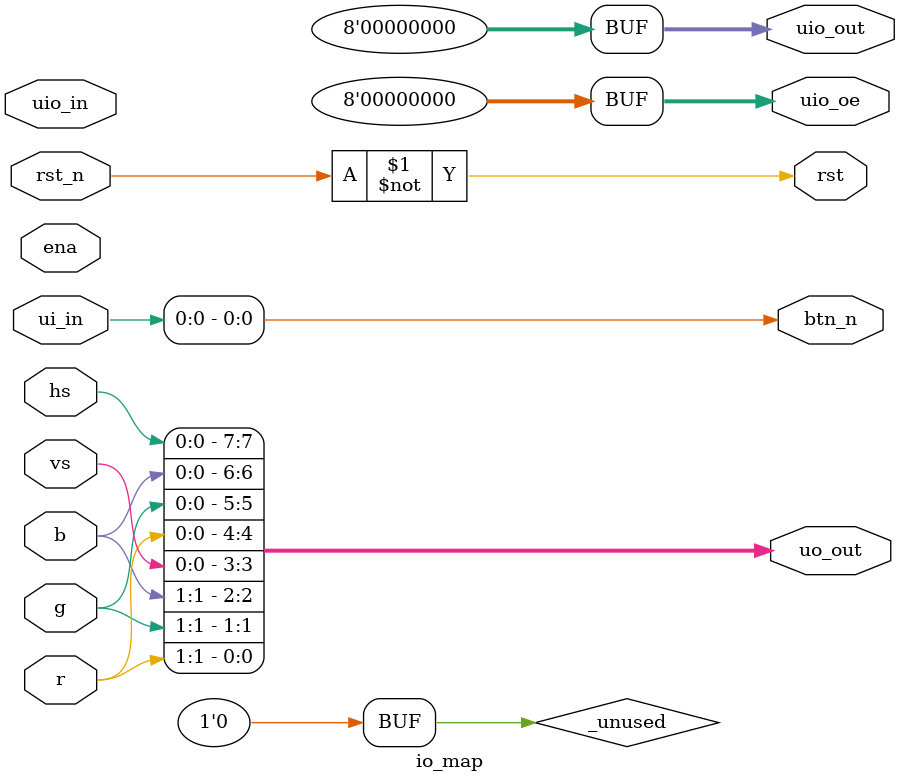
<source format=sv>
/*
 * Copyright (c) 2025 Danil Karpenko
 * SPDX-License-Identifier: Apache-2.0
 */

module io_map
( input  logic ena
, input  logic rst_n

, input  logic [7:0] ui_in
, output logic [7:0] uo_out
, input  logic [7:0] uio_in
, output logic [7:0] uio_out
, output logic [7:0] uio_oe

, output logic btn_n
, output logic rst

, input  logic [1:0] r, g, b
, input  logic hs, vs
);

    assign rst   = ~rst_n;
    assign btn_n = ui_in[0];

    assign uo_out[2:0] = {b[1], g[1], r[1]};
    assign uo_out[6:4] = {b[0], g[0], r[0]};
    assign uo_out[3]   = vs;
    assign uo_out[7]   = hs;

    // Assign unused to 0.
    assign uio_out = 0;
    assign uio_oe  = 0;

     // List all unused inputs to prevent warnings
    logic _unused;

    assign _unused = &{ena, uio_in, ui_in[7:1], 1'b0};

endmodule : io_map

</source>
